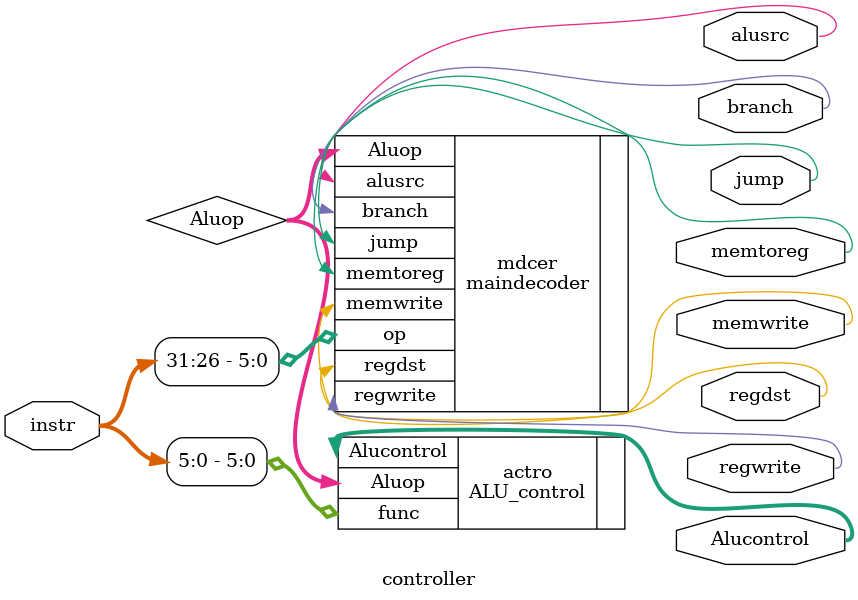
<source format=v>
`timescale 1ns / 1ps


module controller(
	input [31:0]instr, 
	output jump, branch, alusrc, memwrite,
	memtoreg, regwrite, regdst, 
	output [2:0]Alucontrol
    );
	
	wire [1:0]Aluop;

	ALU_control actro(
		.func(instr[5:0]), 
		.Aluop(Aluop), 
		.Alucontrol(Alucontrol)
		);

	maindecoder mdcer(
		.op(instr[31:26]), 
		.jump(jump), 
		.branch(branch), 
		.alusrc(alusrc), 
		.memwrite(memwrite), 
		.memtoreg(memtoreg), 
		.regwrite(regwrite), 
		.regdst(regdst), 
		.Aluop(Aluop)
		);

endmodule

</source>
